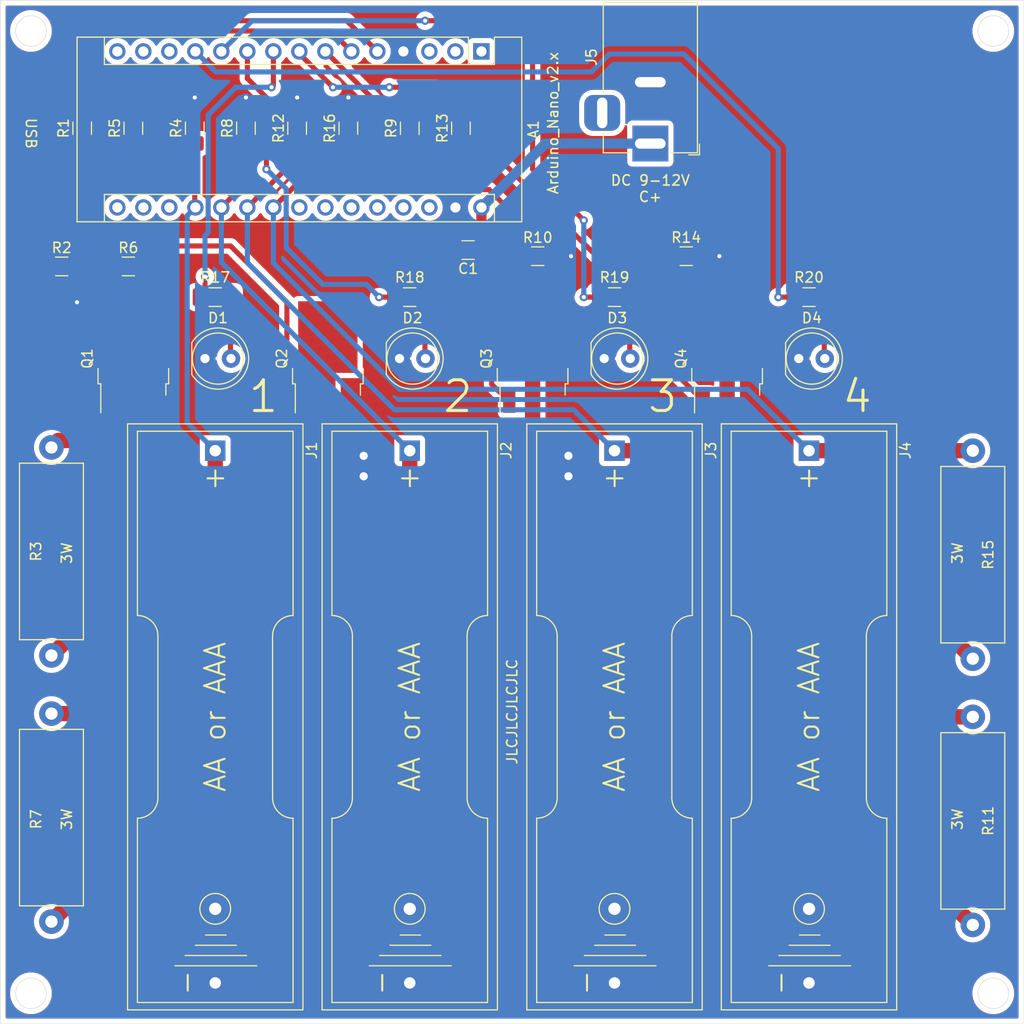
<source format=kicad_pcb>
(kicad_pcb (version 20171130) (host pcbnew "(5.1.6)-1")
  (layers (0 F.Cu signal) (31 B.Cu signal) (34 B.Paste user) (35 F.Paste user) (36 B.SilkS user) (37 F.SilkS user) (38 B.Mask user) (39 F.Mask user) (44 Edge.Cuts user))
  (net 0 "")
  (net 1 "Net-(A1-Pad16)")
  (net 2 "Net-(A1-Pad15)")
  (net 3 "Net-(A1-Pad14)")
  (net 4 GND)
  (net 5 "Net-(A1-Pad13)")
  (net 6 "Net-(A1-Pad28)")
  (net 7 LED-4)
  (net 8 "Net-(A1-Pad27)")
  (net 9 LED-3)
  (net 10 "Net-(A1-Pad26)")
  (net 11 LED-2)
  (net 12 "Net-(A1-Pad25)")
  (net 13 LED-1)
  (net 14 "Net-(A1-Pad24)")
  (net 15 Gate-4)
  (net 16 "Net-(A1-Pad23)")
  (net 17 Gate-3)
  (net 18 Input-4)
  (net 19 Gate-2)
  (net 20 Input-3)
  (net 21 Gate-1)
  (net 22 Input-2)
  (net 23 Input-1)
  (net 24 "Net-(A1-Pad3)")
  (net 25 "Net-(A1-Pad18)")
  (net 26 "Net-(A1-Pad2)")
  (net 27 "Net-(A1-Pad17)")
  (net 28 "Net-(A1-Pad1)")
  (net 29 "Net-(D1-Pad2)")
  (net 30 "Net-(D2-Pad2)")
  (net 31 "Net-(D3-Pad2)")
  (net 32 "Net-(D4-Pad2)")
  (net 33 "Net-(Q1-Pad2)")
  (net 34 "Net-(Q1-Pad1)")
  (net 35 "Net-(Q2-Pad2)")
  (net 36 "Net-(Q2-Pad1)")
  (net 37 "Net-(Q3-Pad2)")
  (net 38 "Net-(Q3-Pad1)")
  (net 39 "Net-(Q4-Pad2)")
  (net 40 "Net-(Q4-Pad1)")
  (net 41 +12V)
  (module Capacitor_SMD:C_1206_3216Metric_Pad1.42x1.75mm_HandSolder (layer F.Cu) (at 95.7 74.4 180)
    (fp_text reference C1 (at 0 -1.82) (layer F.SilkS))
    (fp_text value 10uF)
    (pad 2 smd roundrect (at 1.4875 0 180) (size 1.425 1.75) (layers F.Cu F.Paste F.Mask) (roundrect_rratio 0.175439) (net 4 GND))
    (pad 1 smd roundrect (at -1.4875 0 180) (size 1.425 1.75) (layers F.Cu F.Paste F.Mask) (roundrect_rratio 0.175439) (net 41 +12V))
  )
  (module Connector_Pin:Pin_D1.0mm_L10.0mm_LooseFit (layer F.Cu) (at 129 138.75)
    (fp_text reference REF**)
    (fp_text value Pin_D1.0mm_L10.0mm_LooseFit)
    (pad 1 thru_hole circle (at 0 0) (size 2.4 2.4) (drill 1.2) (layers *.Cu *.Mask) (net 4 GND))
  )
  (module Connector_Pin:Pin_D1.0mm_L10.0mm_LooseFit (layer F.Cu) (at 110 138.75)
    (fp_text reference REF**)
    (fp_text value Pin_D1.0mm_L10.0mm_LooseFit)
    (pad 1 thru_hole circle (at 0 0) (size 2.4 2.4) (drill 1.2) (layers *.Cu *.Mask) (net 4 GND))
  )
  (module Connector_Pin:Pin_D1.0mm_L10.0mm_LooseFit (layer F.Cu) (at 71 138.75)
    (fp_text reference REF**)
    (fp_text value Pin_D1.0mm_L10.0mm_LooseFit)
    (pad 1 thru_hole circle (at 0 0) (size 2.4 2.4) (drill 1.2) (layers *.Cu *.Mask) (net 4 GND))
  )
  (module Connector_Pin:Pin_D1.0mm_L10.0mm_LooseFit (layer F.Cu) (at 90 138.75)
    (fp_text reference REF**)
    (fp_text value Pin_D1.0mm_L10.0mm_LooseFit)
    (pad 1 thru_hole circle (at 0 0) (size 2.4 2.4) (drill 1.2) (layers *.Cu *.Mask) (net 4 GND))
  )
  (module Connector_BarrelJack:BarrelJack_Horizontal (layer F.Cu) (at 113.5 64 270)
    (fp_text reference J5 (at -8.45 5.75 90) (layer F.SilkS))
    (fp_text value Barrel_Jack_MountingPin)
    (pad 3 thru_hole roundrect (at -3 4.7 270) (size 3.5 3.5) (drill oval 3 1) (layers *.Cu *.Mask))
    (pad 2 thru_hole roundrect (at -6 0 270) (size 3 3.5) (drill oval 1 3) (layers *.Cu *.Mask) (net 4 GND))
    (pad 1 thru_hole rect (at 0 0 270) (size 3.5 3.5) (drill oval 1 3) (layers *.Cu *.Mask) (net 41 +12V))
  )
  (module Package_TO_SOT_SMD:TO-252-2 (layer F.Cu) (at 63 85 90)
    (fp_text reference Q1 (at 0 -4.5 90) (layer F.SilkS))
    (fp_text value 2SK4017)
    (pad 2 smd rect (at 2.1 0 90) (size 7 5.8) (layers F.Cu F.Mask) (net 33 "Net-(Q1-Pad2)"))
    (pad 3 smd rect (at -4.2 2.28 90) (size 2.2 1.2) (layers F.Cu F.Paste F.Mask) (net 4 GND))
    (pad 1 smd rect (at -4.2 -2.28 90) (size 2.2 1.2) (layers F.Cu F.Paste F.Mask) (net 34 "Net-(Q1-Pad1)"))
  )
  (module Package_TO_SOT_SMD:TO-252-2 (layer F.Cu) (at 121 85 90)
    (fp_text reference Q4 (at 0 -4.5 90) (layer F.SilkS))
    (fp_text value 2SK4017)
    (pad 2 smd rect (at 2.1 0 90) (size 7 5.8) (layers F.Cu F.Mask) (net 39 "Net-(Q4-Pad2)"))
    (pad 3 smd rect (at -4.2 2.28 90) (size 2.2 1.2) (layers F.Cu F.Paste F.Mask) (net 4 GND))
    (pad 1 smd rect (at -4.2 -2.28 90) (size 2.2 1.2) (layers F.Cu F.Paste F.Mask) (net 40 "Net-(Q4-Pad1)"))
  )
  (module Package_TO_SOT_SMD:TO-252-2 (layer F.Cu) (at 102 85 90)
    (fp_text reference Q3 (at 0 -4.5 90) (layer F.SilkS))
    (fp_text value 2SK4017)
    (pad 2 smd rect (at 2.1 0 90) (size 7 5.8) (layers F.Cu F.Mask) (net 37 "Net-(Q3-Pad2)"))
    (pad 3 smd rect (at -4.2 2.28 90) (size 2.2 1.2) (layers F.Cu F.Paste F.Mask) (net 4 GND))
    (pad 1 smd rect (at -4.2 -2.28 90) (size 2.2 1.2) (layers F.Cu F.Paste F.Mask) (net 38 "Net-(Q3-Pad1)"))
  )
  (module Package_TO_SOT_SMD:TO-252-2 (layer F.Cu) (at 82 85 90)
    (fp_text reference Q2 (at 0 -4.5 90) (layer F.SilkS))
    (fp_text value 2SK4017)
    (pad 2 smd rect (at 2.1 0 90) (size 7 5.8) (layers F.Cu F.Mask) (net 35 "Net-(Q2-Pad2)"))
    (pad 3 smd rect (at -4.2 2.28 90) (size 2.2 1.2) (layers F.Cu F.Paste F.Mask) (net 4 GND))
    (pad 1 smd rect (at -4.2 -2.28 90) (size 2.2 1.2) (layers F.Cu F.Paste F.Mask) (net 36 "Net-(Q2-Pad1)"))
  )
  (module Battery:BatteryHolder_Keystone_2460_1xAA (layer F.Cu) (at 71 94 270)
    (fp_text reference J1 (at -0.02 -9.42 270) (layer F.SilkS))
    (fp_text value "AA Holder")
    (fp_text user + (at 2.7 0.14 90) (layer F.SilkS) (effects (font (size 2 2) (thickness 0.2))))
    (fp_text user - (at 51.97 2.84 90) (layer F.SilkS) (effects (font (size 2 2) (thickness 0.2))))
    (pad 1 thru_hole rect (at 0 0 90) (size 2 2) (drill 1.12) (layers *.Cu *.Mask) (net 23 Input-1))
    (pad 2 thru_hole circle (at 51.99 0 90) (size 2 2) (drill 1.12) (layers *.Cu *.Mask) (net 4 GND))
    (pad "" smd circle (at 49.23 5.995 270) (size 2.64 2.64) (layers F.Cu F.Paste F.Mask))
    (pad "" smd circle (at 2.75 -5.995) (size 2.64 2.64) (layers F.Cu F.Paste F.Mask))
  )
  (module Resistor_SMD:R_1206_3216Metric_Pad1.42x1.75mm_HandSolder (layer F.Cu) (at 129 79 180)
    (fp_text reference R20 (at 0 1.93) (layer F.SilkS))
    (fp_text value 200)
    (pad 2 smd roundrect (at 1.4875 0 180) (size 1.425 1.75) (layers F.Cu F.Paste F.Mask) (roundrect_rratio 0.175439) (net 7 LED-4))
    (pad 1 smd roundrect (at -1.4875 0 180) (size 1.425 1.75) (layers F.Cu F.Paste F.Mask) (roundrect_rratio 0.175439) (net 32 "Net-(D4-Pad2)"))
  )
  (module Resistor_SMD:R_1206_3216Metric_Pad1.42x1.75mm_HandSolder (layer F.Cu) (at 110 79 180)
    (fp_text reference R19 (at 0 1.93) (layer F.SilkS))
    (fp_text value 200)
    (pad 2 smd roundrect (at 1.4875 0 180) (size 1.425 1.75) (layers F.Cu F.Paste F.Mask) (roundrect_rratio 0.175439) (net 9 LED-3))
    (pad 1 smd roundrect (at -1.4875 0 180) (size 1.425 1.75) (layers F.Cu F.Paste F.Mask) (roundrect_rratio 0.175439) (net 31 "Net-(D3-Pad2)"))
  )
  (module Resistor_SMD:R_1206_3216Metric_Pad1.42x1.75mm_HandSolder (layer F.Cu) (at 90 79 180)
    (fp_text reference R18 (at 0 1.93) (layer F.SilkS))
    (fp_text value 200)
    (pad 2 smd roundrect (at 1.4875 0 180) (size 1.425 1.75) (layers F.Cu F.Paste F.Mask) (roundrect_rratio 0.175439) (net 11 LED-2))
    (pad 1 smd roundrect (at -1.4875 0 180) (size 1.425 1.75) (layers F.Cu F.Paste F.Mask) (roundrect_rratio 0.175439) (net 30 "Net-(D2-Pad2)"))
  )
  (module Resistor_SMD:R_1206_3216Metric_Pad1.42x1.75mm_HandSolder (layer F.Cu) (at 71 79 180)
    (fp_text reference R17 (at 0 1.93) (layer F.SilkS))
    (fp_text value 200)
    (pad 2 smd roundrect (at 1.4875 0 180) (size 1.425 1.75) (layers F.Cu F.Paste F.Mask) (roundrect_rratio 0.175439) (net 13 LED-1))
    (pad 1 smd roundrect (at -1.4875 0 180) (size 1.425 1.75) (layers F.Cu F.Paste F.Mask) (roundrect_rratio 0.175439) (net 29 "Net-(D1-Pad2)"))
  )
  (module Resistor_SMD:R_1206_3216Metric_Pad1.42x1.75mm_HandSolder (layer F.Cu) (at 84 62.5 90)
    (fp_text reference R16 (at 0 -1.82 90) (layer F.SilkS))
    (fp_text value 1M)
    (pad 2 smd roundrect (at 1.4875 0 90) (size 1.425 1.75) (layers F.Cu F.Paste F.Mask) (roundrect_rratio 0.175439) (net 4 GND))
    (pad 1 smd roundrect (at -1.4875 0 90) (size 1.425 1.75) (layers F.Cu F.Paste F.Mask) (roundrect_rratio 0.175439) (net 18 Input-4))
  )
  (module Resistor_THT:R_Axial_DIN0617_L17.0mm_D6.0mm_P20.32mm_Horizontal (layer F.Cu) (at 145 94 270)
    (fp_text reference R15 (at 10.16 -1.5 90) (layer F.SilkS))
    (fp_text value 2)
    (pad 2 thru_hole oval (at 20.32 0 270) (size 2.4 2.4) (drill 1.2) (layers *.Cu *.Mask) (net 39 "Net-(Q4-Pad2)"))
    (pad 1 thru_hole circle (at 0 0 270) (size 2.4 2.4) (drill 1.2) (layers *.Cu *.Mask) (net 18 Input-4))
  )
  (module Resistor_SMD:R_1206_3216Metric_Pad1.42x1.75mm_HandSolder (layer F.Cu) (at 117 75)
    (fp_text reference R14 (at 0 -1.82) (layer F.SilkS))
    (fp_text value 100k)
    (pad 2 smd roundrect (at 1.4875 0) (size 1.425 1.75) (layers F.Cu F.Paste F.Mask) (roundrect_rratio 0.175439) (net 4 GND))
    (pad 1 smd roundrect (at -1.4875 0) (size 1.425 1.75) (layers F.Cu F.Paste F.Mask) (roundrect_rratio 0.175439) (net 40 "Net-(Q4-Pad1)"))
  )
  (module Resistor_SMD:R_1206_3216Metric_Pad1.42x1.75mm_HandSolder (layer F.Cu) (at 95 62.5 90)
    (fp_text reference R13 (at 0 -1.82 90) (layer F.SilkS))
    (fp_text value 300)
    (pad 2 smd roundrect (at 1.4875 0 90) (size 1.425 1.75) (layers F.Cu F.Paste F.Mask) (roundrect_rratio 0.175439) (net 15 Gate-4))
    (pad 1 smd roundrect (at -1.4875 0 90) (size 1.425 1.75) (layers F.Cu F.Paste F.Mask) (roundrect_rratio 0.175439) (net 40 "Net-(Q4-Pad1)"))
  )
  (module Resistor_SMD:R_1206_3216Metric_Pad1.42x1.75mm_HandSolder (layer F.Cu) (at 79 62.5 90)
    (fp_text reference R12 (at 0 -1.82 90) (layer F.SilkS))
    (fp_text value 1M)
    (pad 2 smd roundrect (at 1.4875 0 90) (size 1.425 1.75) (layers F.Cu F.Paste F.Mask) (roundrect_rratio 0.175439) (net 4 GND))
    (pad 1 smd roundrect (at -1.4875 0 90) (size 1.425 1.75) (layers F.Cu F.Paste F.Mask) (roundrect_rratio 0.175439) (net 20 Input-3))
  )
  (module Resistor_THT:R_Axial_DIN0617_L17.0mm_D6.0mm_P20.32mm_Horizontal (layer F.Cu) (at 145 120 270)
    (fp_text reference R11 (at 10.16 -1.5 90) (layer F.SilkS))
    (fp_text value 2)
    (pad 2 thru_hole oval (at 20.32 0 270) (size 2.4 2.4) (drill 1.2) (layers *.Cu *.Mask) (net 37 "Net-(Q3-Pad2)"))
    (pad 1 thru_hole circle (at 0 0 270) (size 2.4 2.4) (drill 1.2) (layers *.Cu *.Mask) (net 20 Input-3))
  )
  (module Resistor_SMD:R_1206_3216Metric_Pad1.42x1.75mm_HandSolder (layer F.Cu) (at 102.5 75)
    (fp_text reference R10 (at 0 -1.82) (layer F.SilkS))
    (fp_text value 100k)
    (pad 2 smd roundrect (at 1.4875 0) (size 1.425 1.75) (layers F.Cu F.Paste F.Mask) (roundrect_rratio 0.175439) (net 4 GND))
    (pad 1 smd roundrect (at -1.4875 0) (size 1.425 1.75) (layers F.Cu F.Paste F.Mask) (roundrect_rratio 0.175439) (net 38 "Net-(Q3-Pad1)"))
  )
  (module Resistor_SMD:R_1206_3216Metric_Pad1.42x1.75mm_HandSolder (layer F.Cu) (at 90 62.5 90)
    (fp_text reference R9 (at 0 -1.82 90) (layer F.SilkS))
    (fp_text value 300)
    (pad 2 smd roundrect (at 1.4875 0 90) (size 1.425 1.75) (layers F.Cu F.Paste F.Mask) (roundrect_rratio 0.175439) (net 17 Gate-3))
    (pad 1 smd roundrect (at -1.4875 0 90) (size 1.425 1.75) (layers F.Cu F.Paste F.Mask) (roundrect_rratio 0.175439) (net 38 "Net-(Q3-Pad1)"))
  )
  (module Resistor_SMD:R_1206_3216Metric_Pad1.42x1.75mm_HandSolder (layer F.Cu) (at 74 62.5 90)
    (fp_text reference R8 (at 0 -1.82 90) (layer F.SilkS))
    (fp_text value 1M)
    (pad 2 smd roundrect (at 1.4875 0 90) (size 1.425 1.75) (layers F.Cu F.Paste F.Mask) (roundrect_rratio 0.175439) (net 4 GND))
    (pad 1 smd roundrect (at -1.4875 0 90) (size 1.425 1.75) (layers F.Cu F.Paste F.Mask) (roundrect_rratio 0.175439) (net 22 Input-2))
  )
  (module Resistor_THT:R_Axial_DIN0617_L17.0mm_D6.0mm_P20.32mm_Horizontal (layer F.Cu) (at 55 140 90)
    (fp_text reference R7 (at 10 -1.5 90) (layer F.SilkS))
    (fp_text value 2)
    (pad 2 thru_hole oval (at 20.32 0 90) (size 2.4 2.4) (drill 1.2) (layers *.Cu *.Mask) (net 35 "Net-(Q2-Pad2)"))
    (pad 1 thru_hole circle (at 0 0 90) (size 2.4 2.4) (drill 1.2) (layers *.Cu *.Mask) (net 22 Input-2))
  )
  (module Resistor_SMD:R_1206_3216Metric_Pad1.42x1.75mm_HandSolder (layer F.Cu) (at 62.5125 76)
    (fp_text reference R6 (at 0 -1.82) (layer F.SilkS))
    (fp_text value 100k)
    (pad 2 smd roundrect (at 1.4875 0) (size 1.425 1.75) (layers F.Cu F.Paste F.Mask) (roundrect_rratio 0.175439) (net 4 GND))
    (pad 1 smd roundrect (at -1.4875 0) (size 1.425 1.75) (layers F.Cu F.Paste F.Mask) (roundrect_rratio 0.175439) (net 36 "Net-(Q2-Pad1)"))
  )
  (module Resistor_SMD:R_1206_3216Metric_Pad1.42x1.75mm_HandSolder (layer F.Cu) (at 63 62.5 90)
    (fp_text reference R5 (at 0 -1.82 90) (layer F.SilkS))
    (fp_text value 300)
    (pad 2 smd roundrect (at 1.4875 0 90) (size 1.425 1.75) (layers F.Cu F.Paste F.Mask) (roundrect_rratio 0.175439) (net 19 Gate-2))
    (pad 1 smd roundrect (at -1.4875 0 90) (size 1.425 1.75) (layers F.Cu F.Paste F.Mask) (roundrect_rratio 0.175439) (net 36 "Net-(Q2-Pad1)"))
  )
  (module Resistor_SMD:R_1206_3216Metric_Pad1.42x1.75mm_HandSolder (layer F.Cu) (at 69 62.5 90)
    (fp_text reference R4 (at 0 -1.82 90) (layer F.SilkS))
    (fp_text value 1M)
    (pad 2 smd roundrect (at 1.4875 0 90) (size 1.425 1.75) (layers F.Cu F.Paste F.Mask) (roundrect_rratio 0.175439) (net 4 GND))
    (pad 1 smd roundrect (at -1.4875 0 90) (size 1.425 1.75) (layers F.Cu F.Paste F.Mask) (roundrect_rratio 0.175439) (net 23 Input-1))
  )
  (module Resistor_THT:R_Axial_DIN0617_L17.0mm_D6.0mm_P20.32mm_Horizontal (layer F.Cu) (at 55 114 90)
    (fp_text reference R3 (at 10.16 -1.5 90) (layer F.SilkS))
    (fp_text value 2)
    (pad 2 thru_hole oval (at 20.32 0 90) (size 2.4 2.4) (drill 1.2) (layers *.Cu *.Mask) (net 33 "Net-(Q1-Pad2)"))
    (pad 1 thru_hole circle (at 0 0 90) (size 2.4 2.4) (drill 1.2) (layers *.Cu *.Mask) (net 23 Input-1))
  )
  (module Resistor_SMD:R_1206_3216Metric_Pad1.42x1.75mm_HandSolder (layer F.Cu) (at 56 76)
    (fp_text reference R2 (at 0 -1.82) (layer F.SilkS))
    (fp_text value 100k)
    (pad 2 smd roundrect (at 1.4875 0) (size 1.425 1.75) (layers F.Cu F.Paste F.Mask) (roundrect_rratio 0.175439) (net 4 GND))
    (pad 1 smd roundrect (at -1.4875 0) (size 1.425 1.75) (layers F.Cu F.Paste F.Mask) (roundrect_rratio 0.175439) (net 34 "Net-(Q1-Pad1)"))
  )
  (module Resistor_SMD:R_1206_3216Metric_Pad1.42x1.75mm_HandSolder (layer F.Cu) (at 58 62.5 90)
    (fp_text reference R1 (at 0 -1.82 90) (layer F.SilkS))
    (fp_text value 300)
    (pad 2 smd roundrect (at 1.4875 0 90) (size 1.425 1.75) (layers F.Cu F.Paste F.Mask) (roundrect_rratio 0.175439) (net 21 Gate-1))
    (pad 1 smd roundrect (at -1.4875 0 90) (size 1.425 1.75) (layers F.Cu F.Paste F.Mask) (roundrect_rratio 0.175439) (net 34 "Net-(Q1-Pad1)"))
  )
  (module Battery:BatteryHolder_Keystone_2460_1xAA (layer F.Cu) (at 129 94 270)
    (fp_text reference J4 (at -0.02 -9.42 270) (layer F.SilkS))
    (fp_text value "AA Holder")
    (fp_text user + (at 2.7 0.14 90) (layer F.SilkS) (effects (font (size 2 2) (thickness 0.2))))
    (fp_text user - (at 51.97 2.84 90) (layer F.SilkS) (effects (font (size 2 2) (thickness 0.2))))
    (pad 1 thru_hole rect (at 0 0 90) (size 2 2) (drill 1.12) (layers *.Cu *.Mask) (net 18 Input-4))
    (pad 2 thru_hole circle (at 51.99 0 90) (size 2 2) (drill 1.12) (layers *.Cu *.Mask) (net 4 GND))
    (pad "" smd circle (at 49.23 5.995 270) (size 2.64 2.64) (layers F.Cu F.Paste F.Mask))
    (pad "" smd circle (at 2.75 -5.995) (size 2.64 2.64) (layers F.Cu F.Paste F.Mask))
  )
  (module Battery:BatteryHolder_Keystone_2460_1xAA (layer F.Cu) (at 110 94 270)
    (fp_text reference J3 (at -0.02 -9.42 270) (layer F.SilkS))
    (fp_text value "AA Holder")
    (fp_text user + (at 2.7 0.14 90) (layer F.SilkS) (effects (font (size 2 2) (thickness 0.2))))
    (fp_text user - (at 51.97 2.84 90) (layer F.SilkS) (effects (font (size 2 2) (thickness 0.2))))
    (pad 1 thru_hole rect (at 0 0 90) (size 2 2) (drill 1.12) (layers *.Cu *.Mask) (net 20 Input-3))
    (pad 2 thru_hole circle (at 51.99 0 90) (size 2 2) (drill 1.12) (layers *.Cu *.Mask) (net 4 GND))
    (pad "" smd circle (at 49.23 5.995 270) (size 2.64 2.64) (layers F.Cu F.Paste F.Mask))
    (pad "" smd circle (at 2.75 -5.995) (size 2.64 2.64) (layers F.Cu F.Paste F.Mask))
  )
  (module Battery:BatteryHolder_Keystone_2460_1xAA (layer F.Cu) (at 90 94 270)
    (fp_text reference J2 (at -0.02 -9.42 270) (layer F.SilkS))
    (fp_text value "AA Holder")
    (fp_text user + (at 2.7 0.14 90) (layer F.SilkS) (effects (font (size 2 2) (thickness 0.2))))
    (fp_text user - (at 51.97 2.84 90) (layer F.SilkS) (effects (font (size 2 2) (thickness 0.2))))
    (pad 1 thru_hole rect (at 0 0 90) (size 2 2) (drill 1.12) (layers *.Cu *.Mask) (net 22 Input-2))
    (pad 2 thru_hole circle (at 51.99 0 90) (size 2 2) (drill 1.12) (layers *.Cu *.Mask) (net 4 GND))
    (pad "" smd circle (at 49.23 5.995 270) (size 2.64 2.64) (layers F.Cu F.Paste F.Mask))
    (pad "" smd circle (at 2.75 -5.995) (size 2.64 2.64) (layers F.Cu F.Paste F.Mask))
  )
  (module LED_THT:LED_D5.0mm (layer F.Cu) (at 128 85)
    (fp_text reference D4 (at 1.27 -3.96) (layer F.SilkS))
    (fp_text value LED)
    (pad 2 thru_hole circle (at 2.54 0) (size 1.8 1.8) (drill 0.9) (layers *.Cu *.Mask) (net 32 "Net-(D4-Pad2)"))
    (pad 1 thru_hole rect (at 0 0) (size 1.8 1.8) (drill 0.9) (layers *.Cu *.Mask) (net 4 GND))
  )
  (module LED_THT:LED_D5.0mm (layer F.Cu) (at 109 85)
    (fp_text reference D3 (at 1.27 -3.96) (layer F.SilkS))
    (fp_text value LED)
    (pad 2 thru_hole circle (at 2.54 0) (size 1.8 1.8) (drill 0.9) (layers *.Cu *.Mask) (net 31 "Net-(D3-Pad2)"))
    (pad 1 thru_hole rect (at 0 0) (size 1.8 1.8) (drill 0.9) (layers *.Cu *.Mask) (net 4 GND))
  )
  (module LED_THT:LED_D5.0mm (layer F.Cu) (at 89 85)
    (fp_text reference D2 (at 1.27 -3.96) (layer F.SilkS))
    (fp_text value LED)
    (pad 2 thru_hole circle (at 2.54 0) (size 1.8 1.8) (drill 0.9) (layers *.Cu *.Mask) (net 30 "Net-(D2-Pad2)"))
    (pad 1 thru_hole rect (at 0 0) (size 1.8 1.8) (drill 0.9) (layers *.Cu *.Mask) (net 4 GND))
  )
  (module LED_THT:LED_D5.0mm (layer F.Cu) (at 70 85)
    (fp_text reference D1 (at 1.27 -3.96) (layer F.SilkS))
    (fp_text value LED)
    (pad 2 thru_hole circle (at 2.54 0) (size 1.8 1.8) (drill 0.9) (layers *.Cu *.Mask) (net 29 "Net-(D1-Pad2)"))
    (pad 1 thru_hole rect (at 0 0) (size 1.8 1.8) (drill 0.9) (layers *.Cu *.Mask) (net 4 GND))
  )
  (module Module:Arduino_Nano (layer F.Cu) (at 97 55 270)
    (fp_text reference A1 (at 7.62 -5.08 90) (layer F.SilkS))
    (fp_text value Arduino_Nano_v2.x (at 7 -7 90) (layer F.SilkS))
    (pad 16 thru_hole oval (at 15.24 35.56 270) (size 1.6 1.6) (drill 1) (layers *.Cu *.Mask) (net 1 "Net-(A1-Pad16)"))
    (pad 15 thru_hole oval (at 0 35.56 270) (size 1.6 1.6) (drill 1) (layers *.Cu *.Mask) (net 2 "Net-(A1-Pad15)"))
    (pad 30 thru_hole oval (at 15.24 0 270) (size 1.6 1.6) (drill 1) (layers *.Cu *.Mask) (net 41 +12V))
    (pad 14 thru_hole oval (at 0 33.02 270) (size 1.6 1.6) (drill 1) (layers *.Cu *.Mask) (net 3 "Net-(A1-Pad14)"))
    (pad 29 thru_hole oval (at 15.24 2.54 270) (size 1.6 1.6) (drill 1) (layers *.Cu *.Mask) (net 4 GND))
    (pad 13 thru_hole oval (at 0 30.48 270) (size 1.6 1.6) (drill 1) (layers *.Cu *.Mask) (net 5 "Net-(A1-Pad13)"))
    (pad 28 thru_hole oval (at 15.24 5.08 270) (size 1.6 1.6) (drill 1) (layers *.Cu *.Mask) (net 6 "Net-(A1-Pad28)"))
    (pad 12 thru_hole oval (at 0 27.94 270) (size 1.6 1.6) (drill 1) (layers *.Cu *.Mask) (net 7 LED-4))
    (pad 27 thru_hole oval (at 15.24 7.62 270) (size 1.6 1.6) (drill 1) (layers *.Cu *.Mask) (net 8 "Net-(A1-Pad27)"))
    (pad 11 thru_hole oval (at 0 25.4 270) (size 1.6 1.6) (drill 1) (layers *.Cu *.Mask) (net 9 LED-3))
    (pad 26 thru_hole oval (at 15.24 10.16 270) (size 1.6 1.6) (drill 1) (layers *.Cu *.Mask) (net 10 "Net-(A1-Pad26)"))
    (pad 10 thru_hole oval (at 0 22.86 270) (size 1.6 1.6) (drill 1) (layers *.Cu *.Mask) (net 11 LED-2))
    (pad 25 thru_hole oval (at 15.24 12.7 270) (size 1.6 1.6) (drill 1) (layers *.Cu *.Mask) (net 12 "Net-(A1-Pad25)"))
    (pad 9 thru_hole oval (at 0 20.32 270) (size 1.6 1.6) (drill 1) (layers *.Cu *.Mask) (net 13 LED-1))
    (pad 24 thru_hole oval (at 15.24 15.24 270) (size 1.6 1.6) (drill 1) (layers *.Cu *.Mask) (net 14 "Net-(A1-Pad24)"))
    (pad 8 thru_hole oval (at 0 17.78 270) (size 1.6 1.6) (drill 1) (layers *.Cu *.Mask) (net 15 Gate-4))
    (pad 23 thru_hole oval (at 15.24 17.78 270) (size 1.6 1.6) (drill 1) (layers *.Cu *.Mask) (net 16 "Net-(A1-Pad23)"))
    (pad 7 thru_hole oval (at 0 15.24 270) (size 1.6 1.6) (drill 1) (layers *.Cu *.Mask) (net 17 Gate-3))
    (pad 22 thru_hole oval (at 15.24 20.32 270) (size 1.6 1.6) (drill 1) (layers *.Cu *.Mask) (net 18 Input-4))
    (pad 6 thru_hole oval (at 0 12.7 270) (size 1.6 1.6) (drill 1) (layers *.Cu *.Mask) (net 19 Gate-2))
    (pad 21 thru_hole oval (at 15.24 22.86 270) (size 1.6 1.6) (drill 1) (layers *.Cu *.Mask) (net 20 Input-3))
    (pad 5 thru_hole oval (at 0 10.16 270) (size 1.6 1.6) (drill 1) (layers *.Cu *.Mask) (net 21 Gate-1))
    (pad 20 thru_hole oval (at 15.24 25.4 270) (size 1.6 1.6) (drill 1) (layers *.Cu *.Mask) (net 22 Input-2))
    (pad 4 thru_hole oval (at 0 7.62 270) (size 1.6 1.6) (drill 1) (layers *.Cu *.Mask) (net 4 GND))
    (pad 19 thru_hole oval (at 15.24 27.94 270) (size 1.6 1.6) (drill 1) (layers *.Cu *.Mask) (net 23 Input-1))
    (pad 3 thru_hole oval (at 0 5.08 270) (size 1.6 1.6) (drill 1) (layers *.Cu *.Mask) (net 24 "Net-(A1-Pad3)"))
    (pad 18 thru_hole oval (at 15.24 30.48 270) (size 1.6 1.6) (drill 1) (layers *.Cu *.Mask) (net 25 "Net-(A1-Pad18)"))
    (pad 2 thru_hole oval (at 0 2.54 270) (size 1.6 1.6) (drill 1) (layers *.Cu *.Mask) (net 26 "Net-(A1-Pad2)"))
    (pad 17 thru_hole oval (at 15.24 33.02 270) (size 1.6 1.6) (drill 1) (layers *.Cu *.Mask) (net 27 "Net-(A1-Pad17)"))
    (pad 1 thru_hole rect (at 0 0 270) (size 1.6 1.6) (drill 1) (layers *.Cu *.Mask) (net 28 "Net-(A1-Pad1)"))
  )
  (gr_text 3W (at 56.5 104 90) (layer F.SilkS) (effects (font (size 1 1))))
  (gr_text 3W (at 56.5 130 90) (layer F.SilkS) (effects (font (size 1 1))))
  (gr_text 3W (at 143.5 130 90) (layer F.SilkS) (effects (font (size 1 1))))
  (gr_text 3W (at 143.5 104 90) (layer F.SilkS) (effects (font (size 1 1))))
  (gr_text "DC 9-12V\nC+" (at 113.5 68.4) (layer F.SilkS) (effects (font (size 1 1))))
  (gr_text "AA or AAA" (at 110 120 90) (layer F.SilkS) (effects (font (size 2 2) (thickness 0.2))))
  (gr_text "AA or AAA" (at 129 120 90) (layer F.SilkS) (effects (font (size 2 2) (thickness 0.2))))
  (gr_text "AA or AAA" (at 90 120 90) (layer F.SilkS) (effects (font (size 2 2) (thickness 0.2))))
  (gr_text "AA or AAA" (at 71 120 90) (layer F.SilkS) (effects (font (size 2 2) (thickness 0.2))))
  (gr_text 4 (at 133.7 88.7) (layer F.SilkS) (effects (font (size 3 3) (thickness 0.3))))
  (gr_text 3 (at 114.7 88.7) (layer F.SilkS) (effects (font (size 3 3) (thickness 0.3))))
  (gr_text 2 (at 94.7 88.7) (layer F.SilkS) (effects (font (size 3 3) (thickness 0.3))))
  (gr_text 1 (at 75.7 88.7) (layer F.SilkS) (effects (font (size 3 3) (thickness 0.3))))
  (gr_text JLCJLCJLCJLC (at 100 119.5 90) (layer F.SilkS) (effects (font (size 1 1))))
  (gr_text USB (at 53 63 270) (layer F.SilkS) (effects (font (size 1 1))))
  (gr_circle (center 53 147) (end 51.5 147) (layer Edge.Cuts) (width 0.05))
  (gr_circle (center 53 53) (end 51.5 53) (layer Edge.Cuts) (width 0.05))
  (gr_circle (center 147 53) (end 145.5 53) (layer Edge.Cuts) (width 0.05))
  (gr_circle (center 147 147) (end 145.5 147) (layer Edge.Cuts) (width 0.05))
  (gr_line (start 150 50) (end 50 50) (layer Edge.Cuts) (width 0.05))
  (gr_line (start 150 150) (end 150 50) (layer Edge.Cuts) (width 0.05))
  (gr_line (start 50 150) (end 150 150) (layer Edge.Cuts) (width 0.05))
  (gr_line (start 50 50) (end 50 150) (layer Edge.Cuts) (width 0.05))
  (via (at 120.25 75) (size 0.8) (drill 0.4) (layers F.Cu B.Cu) (net 4))
  (via (at 105.75 75) (size 0.8) (drill 0.4) (layers F.Cu B.Cu) (net 4))
  (via (at 57.5 79.5) (size 0.8) (drill 0.4) (layers F.Cu B.Cu) (net 4))
  (via (at 84 59.5) (size 0.8) (drill 0.4) (layers F.Cu B.Cu) (net 4))
  (via (at 79 59.5) (size 0.8) (drill 0.4) (layers F.Cu B.Cu) (net 4))
  (via (at 74 59.5) (size 0.8) (drill 0.4) (layers F.Cu B.Cu) (net 4))
  (via (at 69 59.5) (size 0.8) (drill 0.4) (layers F.Cu B.Cu) (net 4))
  (segment (start 69 59.5) (end 69 61.0125) (width 0.5) (layer F.Cu) (net 4))
  (segment (start 74 59.5) (end 74 61.0125) (width 0.5) (layer F.Cu) (net 4))
  (segment (start 79 59.5) (end 79 61.0125) (width 0.5) (layer F.Cu) (net 4))
  (segment (start 84 59.5) (end 84 61.0125) (width 0.5) (layer F.Cu) (net 4))
  (segment (start 65.8 89.2) (end 70 85) (width 1.5) (layer F.Cu) (net 4))
  (segment (start 65.28 89.2) (end 65.8 89.2) (width 1.5) (layer F.Cu) (net 4))
  (segment (start 84.8 89.2) (end 89 85) (width 1.5) (layer F.Cu) (net 4))
  (segment (start 84.28 89.2) (end 84.8 89.2) (width 1.5) (layer F.Cu) (net 4))
  (segment (start 104.8 89.2) (end 109 85) (width 1.5) (layer F.Cu) (net 4))
  (segment (start 104.28 89.2) (end 104.8 89.2) (width 1.5) (layer F.Cu) (net 4))
  (segment (start 123.8 89.2) (end 128 85) (width 1.5) (layer F.Cu) (net 4))
  (segment (start 123.28 89.2) (end 123.8 89.2) (width 1.5) (layer F.Cu) (net 4))
  (segment (start 57.4875 79.4875) (end 57.5 79.5) (width 0.5) (layer F.Cu) (net 4))
  (segment (start 57.4875 76) (end 57.4875 79.4875) (width 0.5) (layer F.Cu) (net 4))
  (segment (start 64 76) (end 62 78) (width 0.5) (layer F.Cu) (net 4))
  (segment (start 59 78) (end 57.5 79.5) (width 0.5) (layer F.Cu) (net 4))
  (segment (start 62 78) (end 59 78) (width 0.5) (layer F.Cu) (net 4))
  (via (at 85.5 94.5) (size 1.2) (drill 0.8) (layers F.Cu B.Cu) (net 4))
  (via (at 85.5 96.5) (size 1.2) (drill 0.8) (layers F.Cu B.Cu) (net 4))
  (segment (start 84.28 93.28) (end 85.5 94.5) (width 1.5) (layer F.Cu) (net 4))
  (segment (start 84.28 89.2) (end 84.28 93.28) (width 1.5) (layer F.Cu) (net 4))
  (segment (start 85.5 94.5) (end 85.5 96.5) (width 1.5) (layer F.Cu) (net 4))
  (via (at 105.5 94.5) (size 1.2) (drill 0.8) (layers F.Cu B.Cu) (net 4))
  (via (at 105.5 96.5) (size 1.2) (drill 0.8) (layers F.Cu B.Cu) (net 4))
  (segment (start 104.28 93.28) (end 105.5 94.5) (width 1.5) (layer F.Cu) (net 4))
  (segment (start 104.28 89.2) (end 104.28 93.28) (width 1.5) (layer F.Cu) (net 4))
  (segment (start 105.5 94.5) (end 105.5 96.5) (width 1.5) (layer F.Cu) (net 4))
  (segment (start 103.9875 75) (end 105.75 75) (width 0.5) (layer F.Cu) (net 4))
  (segment (start 118.4875 75) (end 120.25 75) (width 0.5) (layer F.Cu) (net 4))
  (via (at 126 79) (size 0.8) (drill 0.4) (layers F.Cu B.Cu) (net 7))
  (segment (start 126 79) (end 127.5125 79) (width 0.5) (layer F.Cu) (net 7))
  (segment (start 69.06 55) (end 71.06 57) (width 0.5) (layer B.Cu) (net 7))
  (segment (start 71.06 57) (end 107.75 57) (width 0.5) (layer B.Cu) (net 7))
  (segment (start 107.75 57) (end 109.5 55.25) (width 0.5) (layer B.Cu) (net 7))
  (segment (start 109.5 55.25) (end 116.75 55.25) (width 0.5) (layer B.Cu) (net 7))
  (segment (start 126 64.5) (end 126 79) (width 0.5) (layer B.Cu) (net 7))
  (segment (start 116.75 55.25) (end 126 64.5) (width 0.5) (layer B.Cu) (net 7))
  (via (at 91.5 52) (size 0.8) (drill 0.4) (layers F.Cu B.Cu) (net 9))
  (via (at 107 71.5) (size 0.8) (drill 0.4) (layers F.Cu B.Cu) (net 9))
  (via (at 107 79) (size 0.8) (drill 0.4) (layers F.Cu B.Cu) (net 9))
  (segment (start 74.6 52) (end 91.5 52) (width 0.5) (layer B.Cu) (net 9))
  (segment (start 71.6 55) (end 74.6 52) (width 0.5) (layer B.Cu) (net 9))
  (segment (start 91.5 52) (end 99.5 52) (width 0.5) (layer F.Cu) (net 9))
  (segment (start 99.5 52) (end 102 54.5) (width 0.5) (layer F.Cu) (net 9))
  (segment (start 107 79) (end 108.5125 79) (width 0.5) (layer F.Cu) (net 9))
  (segment (start 102 66.5) (end 102 54.5) (width 0.5) (layer F.Cu) (net 9))
  (segment (start 107 71.5) (end 102 66.5) (width 0.5) (layer F.Cu) (net 9))
  (segment (start 107 71.5) (end 107 79) (width 0.5) (layer B.Cu) (net 9))
  (via (at 76 66.5) (size 0.8) (drill 0.4) (layers F.Cu B.Cu) (net 11))
  (via (at 87 79) (size 0.8) (drill 0.4) (layers F.Cu B.Cu) (net 11))
  (segment (start 87 79) (end 88.5125 79) (width 0.5) (layer F.Cu) (net 11))
  (segment (start 74.14 55) (end 74.14 57.64) (width 0.5) (layer F.Cu) (net 11))
  (segment (start 76 59.5) (end 76 66.5) (width 0.5) (layer F.Cu) (net 11))
  (segment (start 74.14 57.64) (end 76 59.5) (width 0.5) (layer F.Cu) (net 11))
  (segment (start 77.930001 68.430001) (end 77.930001 74.180001) (width 0.5) (layer B.Cu) (net 11))
  (segment (start 76 66.5) (end 77.930001 68.430001) (width 0.5) (layer B.Cu) (net 11))
  (segment (start 77.930001 74.180001) (end 81.5 77.75) (width 0.5) (layer B.Cu) (net 11))
  (segment (start 85.75 77.75) (end 87 79) (width 0.5) (layer B.Cu) (net 11))
  (segment (start 81.5 77.75) (end 85.75 77.75) (width 0.5) (layer B.Cu) (net 11))
  (via (at 76.5 58.5) (size 0.8) (drill 0.4) (layers F.Cu B.Cu) (net 13))
  (via (at 70 77) (size 0.8) (drill 0.4) (layers F.Cu B.Cu) (net 13))
  (segment (start 70 78.5125) (end 69.5125 79) (width 0.5) (layer F.Cu) (net 13))
  (segment (start 70 77) (end 70 78.5125) (width 0.5) (layer F.Cu) (net 13))
  (segment (start 76.68 58.32) (end 76.5 58.5) (width 0.5) (layer F.Cu) (net 13))
  (segment (start 76.68 55) (end 76.68 58.32) (width 0.5) (layer F.Cu) (net 13))
  (segment (start 73 58.5) (end 76.5 58.5) (width 0.5) (layer B.Cu) (net 13))
  (segment (start 70.310001 72.689999) (end 70.310001 61.189999) (width 0.5) (layer B.Cu) (net 13))
  (segment (start 70 77) (end 70 73) (width 0.5) (layer B.Cu) (net 13))
  (segment (start 70.310001 61.189999) (end 73 58.5) (width 0.5) (layer B.Cu) (net 13))
  (segment (start 70 73) (end 70.310001 72.689999) (width 0.5) (layer B.Cu) (net 13))
  (via (at 82.5 58.5) (size 0.8) (drill 0.4) (layers F.Cu B.Cu) (net 15))
  (via (at 88 58.5) (size 0.8) (drill 0.4) (layers F.Cu B.Cu) (net 15))
  (segment (start 82.5 58.5) (end 88 58.5) (width 0.5) (layer B.Cu) (net 15))
  (segment (start 79.22 55.22) (end 82.5 58.5) (width 0.5) (layer F.Cu) (net 15))
  (segment (start 79.22 55) (end 79.22 55.22) (width 0.5) (layer F.Cu) (net 15))
  (segment (start 92.4875 58.5) (end 95 61.0125) (width 0.5) (layer F.Cu) (net 15))
  (segment (start 88 58.5) (end 92.4875 58.5) (width 0.5) (layer F.Cu) (net 15))
  (segment (start 87.7725 61.0125) (end 90 61.0125) (width 0.5) (layer F.Cu) (net 17))
  (segment (start 81.76 55) (end 87.7725 61.0125) (width 0.5) (layer F.Cu) (net 17))
  (segment (start 129 94) (end 145 94) (width 1.5) (layer F.Cu) (net 18))
  (segment (start 82.9325 63.9875) (end 76.68 70.24) (width 0.5) (layer F.Cu) (net 18))
  (segment (start 84 63.9875) (end 82.9325 63.9875) (width 0.5) (layer F.Cu) (net 18))
  (segment (start 76.68 70.24) (end 76.68 75.68) (width 0.5) (layer B.Cu) (net 18))
  (segment (start 76.68 75.68) (end 89 88) (width 0.5) (layer B.Cu) (net 18))
  (segment (start 123 88) (end 129 94) (width 0.5) (layer B.Cu) (net 18))
  (segment (start 89 88) (end 123 88) (width 0.5) (layer B.Cu) (net 18))
  (segment (start 63 61.0125) (end 63 59.5) (width 0.5) (layer F.Cu) (net 19))
  (segment (start 63 59.5) (end 59.5 56) (width 0.5) (layer F.Cu) (net 19))
  (segment (start 59.5 56) (end 59.5 54.5) (width 0.5) (layer F.Cu) (net 19))
  (segment (start 59.5 54.5) (end 61 53) (width 0.5) (layer F.Cu) (net 19))
  (segment (start 82.3 53) (end 84.3 55) (width 0.5) (layer F.Cu) (net 19))
  (segment (start 61 53) (end 82.3 53) (width 0.5) (layer F.Cu) (net 19))
  (segment (start 142.604602 120) (end 145 120) (width 1.5) (layer F.Cu) (net 20))
  (segment (start 116.604602 94) (end 142.604602 120) (width 1.5) (layer F.Cu) (net 20))
  (segment (start 110 94) (end 116.604602 94) (width 1.5) (layer F.Cu) (net 20))
  (segment (start 79 65.38) (end 74.14 70.24) (width 0.5) (layer F.Cu) (net 20))
  (segment (start 79 63.9875) (end 79 65.38) (width 0.5) (layer F.Cu) (net 20))
  (segment (start 74.14 70.24) (end 74.14 75.64) (width 0.5) (layer B.Cu) (net 20))
  (segment (start 74.14 75.64) (end 88.5 90) (width 0.5) (layer B.Cu) (net 20))
  (segment (start 106 90) (end 110 94) (width 0.5) (layer B.Cu) (net 20))
  (segment (start 88.5 90) (end 106 90) (width 0.5) (layer B.Cu) (net 20))
  (segment (start 86.84 55) (end 83.84 52) (width 0.5) (layer F.Cu) (net 21))
  (segment (start 83.84 52) (end 60.5 52) (width 0.5) (layer F.Cu) (net 21))
  (segment (start 58 54.5) (end 58 61.0125) (width 0.5) (layer F.Cu) (net 21))
  (segment (start 60.5 52) (end 58 54.5) (width 0.5) (layer F.Cu) (net 21))
  (segment (start 90 105) (end 55 140) (width 1.5) (layer F.Cu) (net 22))
  (segment (start 90 94) (end 90 105) (width 1.5) (layer F.Cu) (net 22))
  (segment (start 74 67.84) (end 71.6 70.24) (width 0.5) (layer F.Cu) (net 22))
  (segment (start 74 63.9875) (end 74 67.84) (width 0.5) (layer F.Cu) (net 22))
  (segment (start 71.6 75.6) (end 90 94) (width 0.5) (layer B.Cu) (net 22))
  (segment (start 71.6 70.24) (end 71.6 75.6) (width 0.5) (layer B.Cu) (net 22))
  (segment (start 71 98) (end 55 114) (width 1.5) (layer F.Cu) (net 23))
  (segment (start 71 94) (end 71 98) (width 1.5) (layer F.Cu) (net 23))
  (segment (start 69 70.18) (end 69.06 70.24) (width 0.5) (layer F.Cu) (net 23))
  (segment (start 69 63.9875) (end 69 70.18) (width 0.5) (layer F.Cu) (net 23))
  (segment (start 68.260001 91.260001) (end 71 94) (width 0.5) (layer B.Cu) (net 23))
  (segment (start 68.260001 71.039999) (end 68.260001 91.260001) (width 0.5) (layer B.Cu) (net 23))
  (segment (start 69.06 70.24) (end 68.260001 71.039999) (width 0.5) (layer B.Cu) (net 23))
  (segment (start 72.4875 84.9475) (end 72.54 85) (width 0.5) (layer F.Cu) (net 29))
  (segment (start 72.4875 79) (end 72.4875 84.9475) (width 0.5) (layer F.Cu) (net 29))
  (segment (start 91.4875 84.9475) (end 91.54 85) (width 0.5) (layer F.Cu) (net 30))
  (segment (start 91.4875 79) (end 91.4875 84.9475) (width 0.5) (layer F.Cu) (net 30))
  (segment (start 111.4875 84.9475) (end 111.54 85) (width 0.5) (layer F.Cu) (net 31))
  (segment (start 111.4875 79) (end 111.4875 84.9475) (width 0.5) (layer F.Cu) (net 31))
  (segment (start 130.4875 84.9475) (end 130.54 85) (width 0.5) (layer F.Cu) (net 32))
  (segment (start 130.4875 79) (end 130.4875 84.9475) (width 0.5) (layer F.Cu) (net 32))
  (segment (start 63 90.330002) (end 60.330002 93) (width 1.5) (layer F.Cu) (net 33))
  (segment (start 63 82.9) (end 63 90.330002) (width 1.5) (layer F.Cu) (net 33))
  (segment (start 55.68 93) (end 55 93.68) (width 1.5) (layer F.Cu) (net 33))
  (segment (start 60.330002 93) (end 55.68 93) (width 1.5) (layer F.Cu) (net 33))
  (segment (start 58 63.9875) (end 58 64) (width 0.5) (layer F.Cu) (net 34))
  (segment (start 54.5125 67.4875) (end 54.5125 76) (width 0.5) (layer F.Cu) (net 34))
  (segment (start 58 64) (end 54.5125 67.4875) (width 0.5) (layer F.Cu) (net 34))
  (segment (start 54.5125 82.9925) (end 60.72 89.2) (width 0.5) (layer F.Cu) (net 34))
  (segment (start 54.5125 76) (end 54.5125 82.9925) (width 0.5) (layer F.Cu) (net 34))
  (segment (start 57.424602 119.68) (end 55 119.68) (width 1.5) (layer F.Cu) (net 35))
  (segment (start 82 95.104602) (end 57.424602 119.68) (width 1.5) (layer F.Cu) (net 35))
  (segment (start 82 82.9) (end 82 95.104602) (width 1.5) (layer F.Cu) (net 35))
  (segment (start 61.025 76) (end 59.5 74.475) (width 0.5) (layer F.Cu) (net 36))
  (segment (start 59.5 67.4875) (end 63 63.9875) (width 0.5) (layer F.Cu) (net 36))
  (segment (start 59.5 74.475) (end 59.5 67.4875) (width 0.5) (layer F.Cu) (net 36))
  (segment (start 61.025 76) (end 63.025 74) (width 0.5) (layer F.Cu) (net 36))
  (segment (start 63.025 74) (end 72.5 74) (width 0.5) (layer F.Cu) (net 36))
  (segment (start 72.5 74) (end 78 79.5) (width 0.5) (layer F.Cu) (net 36))
  (segment (start 78 87.48) (end 79.72 89.2) (width 0.5) (layer F.Cu) (net 36))
  (segment (start 78 79.5) (end 78 87.48) (width 0.5) (layer F.Cu) (net 36))
  (segment (start 102 97.32) (end 102 82.9) (width 1.5) (layer F.Cu) (net 37))
  (segment (start 145 140.32) (end 102 97.32) (width 1.5) (layer F.Cu) (net 37))
  (segment (start 90 63.9875) (end 90 64) (width 0.5) (layer F.Cu) (net 38))
  (segment (start 98.649999 88.129999) (end 98.629999 88.129999) (width 0.5) (layer F.Cu) (net 38))
  (segment (start 98.629999 88.129999) (end 98 87.5) (width 0.5) (layer F.Cu) (net 38))
  (segment (start 99.72 89.2) (end 98.649999 88.129999) (width 0.5) (layer F.Cu) (net 38))
  (segment (start 98 87.5) (end 98 78) (width 0.5) (layer F.Cu) (net 38))
  (segment (start 90 63.9875) (end 90 65.75) (width 0.5) (layer F.Cu) (net 38))
  (segment (start 90 65.75) (end 92.75 68.5) (width 0.5) (layer F.Cu) (net 38))
  (segment (start 92.75 68.5) (end 97.75 68.5) (width 0.5) (layer F.Cu) (net 38))
  (segment (start 101.0125 71.7625) (end 101.0125 75) (width 0.5) (layer F.Cu) (net 38))
  (segment (start 97.75 68.5) (end 101.0125 71.7625) (width 0.5) (layer F.Cu) (net 38))
  (segment (start 101 75) (end 98 78) (width 0.5) (layer F.Cu) (net 38))
  (segment (start 101.0125 75) (end 101 75) (width 0.5) (layer F.Cu) (net 38))
  (segment (start 121 90.32) (end 121 82.9) (width 1.5) (layer F.Cu) (net 39))
  (segment (start 145 114.32) (end 121 90.32) (width 1.5) (layer F.Cu) (net 39))
  (segment (start 115.5125 85.9925) (end 118.72 89.2) (width 0.5) (layer F.Cu) (net 40))
  (segment (start 115.5125 85.9925) (end 115.5125 75) (width 0.5) (layer F.Cu) (net 40))
  (segment (start 95 63.9875) (end 97.2375 63.9875) (width 0.5) (layer F.Cu) (net 40))
  (segment (start 97.2375 63.9875) (end 108.25 75) (width 0.5) (layer F.Cu) (net 40))
  (segment (start 108.25 75) (end 115.5125 75) (width 0.5) (layer F.Cu) (net 40))
  (segment (start 103.24 64) (end 97 70.24) (width 1) (layer B.Cu) (net 41))
  (segment (start 113.5 64) (end 103.24 64) (width 1) (layer B.Cu) (net 41))
  (segment (start 97 74.2125) (end 97.1875 74.4) (width 1) (layer F.Cu) (net 41))
  (segment (start 97 70.24) (end 97 74.2125) (width 1) (layer F.Cu) (net 41))
  (zone (net 4) (net_name GND) (layer B.Cu) (connect_pads (clearance 0.508)) (min_thickness 0.254) (fill yes (arc_segments 32) (thermal_gap 0) (thermal_bridge_width 3))
    (polygon (pts (xy 150 150) (xy 50 150) (xy 50 50) (xy 150 50)))
  )
  (zone (net 4) (net_name GND) (layer F.Cu) (connect_pads (clearance 0.508)) (min_thickness 0.254) (fill yes (arc_segments 32) (thermal_gap 0) (thermal_bridge_width 3))
    (polygon (pts (xy 150 150) (xy 50 150) (xy 50 50) (xy 150 50)))
  )
)
</source>
